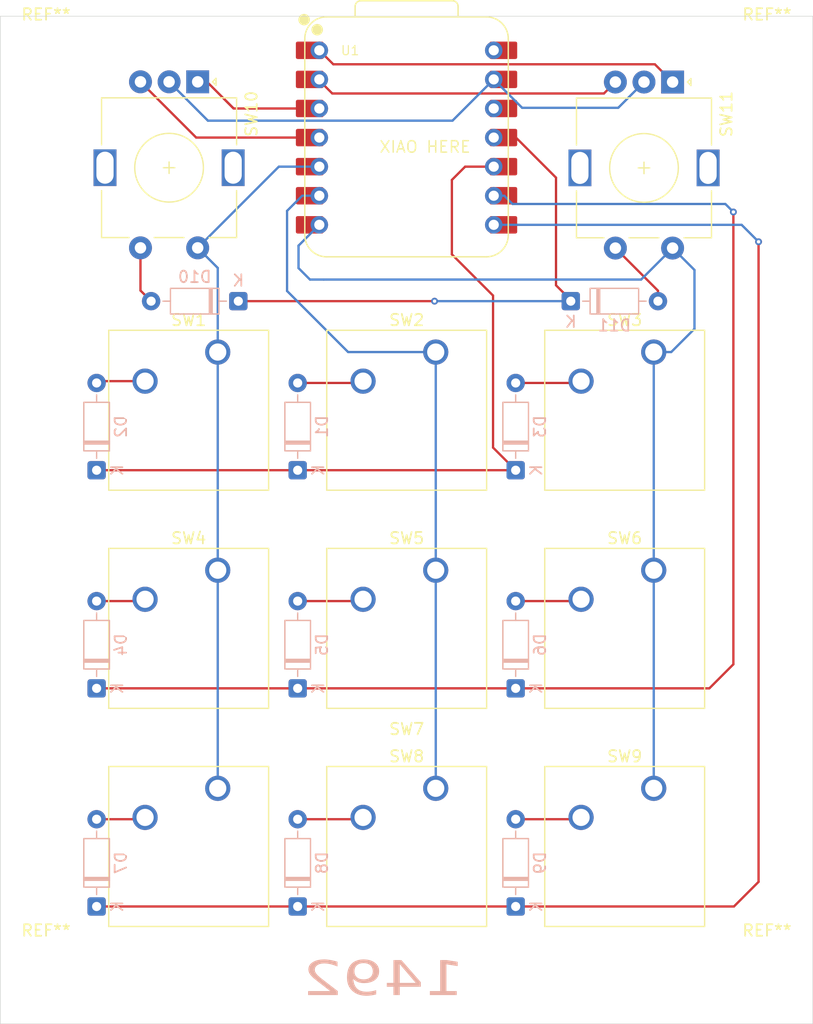
<source format=kicad_pcb>
(kicad_pcb (version 20241229) (generator "pcbnew") (generator_version "9.0")
  (layers (0 "F.Cu" signal) (2 "B.Cu" signal) (13 "F.Paste" user) (15 "B.Paste" user) (5 "F.SilkS" user "F.Silkscreen") (7 "B.SilkS" user "B.Silkscreen") (1 "F.Mask" user) (3 "B.Mask" user) (25 "Edge.Cuts" user))
  (net 0 "")
  (net 1 "Row 1")
  (net 2 "Net-(D1-A)")
  (net 3 "Net-(D2-A)")
  (net 4 "Net-(D3-A)")
  (net 5 "Row 2")
  (net 6 "Net-(D4-A)")
  (net 7 "Net-(D5-A)")
  (net 8 "Net-(D6-A)")
  (net 9 "Row 3")
  (net 10 "Net-(D7-A)")
  (net 11 "Net-(D8-A)")
  (net 12 "Net-(D9-A)")
  (net 13 "Row 0")
  (net 14 "Net-(D10-A)")
  (net 15 "Net-(D11-A)")
  (net 16 "Column 0")
  (net 17 "Column 1")
  (net 18 "Column 2")
  (net 19 "R1 Pin A")
  (net 20 "R1 Pin B")
  (net 21 "GND")
  (net 22 "R2 Pin A")
  (net 23 "R2 Pin B")
  (net 25 "+5V")
  (footprint "MountingHole:MountingHole_3.2mm_M3" (layer "F.Cu") (at 84.873376 135.475)
    (property "Reference" "REF**" (at 0 -4.15 0) (layer "F.SilkS"))
    (property "Value" "M3")
    (pad "" np_thru_hole circle (at 0 0) (size 3.2 3.2) (drill 3.2) (layers "*.Cu" "*.Mask"))
  )
  (footprint "Rotary_Encoder:RotaryEncoder_Alps_EC11E-Switch_Vertical_H20mm" (layer "F.Cu") (at 98.123377 57.20625 -90)
    (property "Reference" "SW10" (at 2.8 -4.7 90) (layer "F.SilkS"))
    (property "Value" "RotaryEncoder_Switch")
    (fp_line (start 5.5 8.4) (end 1.4 8.399999) (stroke (width 0.12)) (layer "F.SilkS"))
    (fp_line (start 13.6 8.4) (end 9.499999 8.4) (stroke (width 0.12)) (layer "F.SilkS"))
    (fp_line (start 13.6 6) (end 13.6 8.4) (stroke (width 0.12)) (layer "F.SilkS"))
    (fp_line (start 7 2.499999) (end 8 2.5) (stroke (width 0.12)) (layer "F.SilkS"))
    (fp_line (start 7.499999 2) (end 7.5 3) (stroke (width 0.12)) (layer "F.SilkS"))
    (fp_line (start 13.6 1.2) (end 13.6 3.8) (stroke (width 0.12)) (layer "F.SilkS"))
    (fp_line (start 0 -1.3) (end -0.3 -1.6) (stroke (width 0.12)) (layer "F.SilkS"))
    (fp_line (start -0.3 -1.6) (end 0.3 -1.6) (stroke (width 0.12)) (layer "F.SilkS"))
    (fp_line (start 0.3 -1.6) (end 0 -1.3) (stroke (width 0.12)) (layer "F.SilkS"))
    (fp_line (start 5.5 -3.4) (end 1.4 -3.400001) (stroke (width 0.12)) (layer "F.SilkS"))
    (fp_line (start 9.499999 -3.4) (end 13.6 -3.4) (stroke (width 0.12)) (layer "F.SilkS"))
    (fp_line (start 13.6 -3.4) (end 13.6 -1) (stroke (width 0.12)) (layer "F.SilkS"))
    (fp_line (start 1.4 -3.400001) (end 1.4 8.399999) (stroke (width 0.12)) (layer "F.SilkS"))
    (fp_circle (center 7.5 2.5) (end 10.5 2.5) (stroke (width 0.12)) (fill no) (layer "F.SilkS"))
    (pad "A" thru_hole rect (at 0 0 270) (size 2 2) (drill 1) (layers "*.Cu" "*.Mask") (net 19 "R1 Pin A"))
    (pad "B" thru_hole circle (at 0 5 270) (size 2 2) (drill 1) (layers "*.Cu" "*.Mask") (net 20 "R1 Pin B"))
    (pad "C" thru_hole circle (at 0 2.5 270) (size 2 2) (drill 1) (layers "*.Cu" "*.Mask") (net 21 "GND"))
    (pad "MP" thru_hole rect (at 7.5 -3.1 270) (size 3.2 2) (drill oval 2.8 1.5) (layers "*.Cu" "*.Mask"))
    (pad "MP" thru_hole rect (at 7.5 8.1 270) (size 3.2 2) (drill oval 2.8 1.5) (layers "*.Cu" "*.Mask"))
    (pad "S1" thru_hole circle (at 14.5 5 270) (size 2 2) (drill 1) (layers "*.Cu" "*.Mask") (net 14 "Net-(D10-A)"))
    (pad "S2" thru_hole circle (at 14.5 0 270) (size 2 2) (drill 1) (layers "*.Cu" "*.Mask") (net 16 "Column 0"))
  )
  (footprint "Seeed Studio XIAO Series Library:XIAO-RP2040-DIP" (layer "F.Cu") (at 116.373376 62.075)
    (property "Reference" "U1" (at -4.93125 -7.6 0) (layer "F.SilkS") (effects (font (size 0.8 0.8) (thickness 0.1016))))
    (property "Value" "XIAO-RP2040-DIP")
    (fp_line (start -8.89 8.509) (end -8.89 -8.636) (stroke (width 0.127)) (layer "F.SilkS"))
    (fp_line (start -6.985 10.414) (end 6.985 10.414) (stroke (width 0.127)) (layer "F.SilkS"))
    (fp_line (start -4.495 -10.541) (end -4.491272 -11.451272) (stroke (width 0.127)) (layer "F.SilkS"))
    (fp_line (start -3.991272 -11.951) (end 4.004 -11.951) (stroke (width 0.127)) (layer "F.SilkS"))
    (fp_line (start 4.504 -11.451) (end 4.504 -10.541) (stroke (width 0.127)) (layer "F.SilkS"))
    (fp_line (start 6.985 -10.541) (end -6.985 -10.541) (stroke (width 0.1)) (layer "F.SilkS"))
    (fp_line (start 6.985 -10.541) (end -6.985 -10.541) (stroke (width 0.127)) (layer "F.SilkS"))
    (fp_line (start 8.89 8.509) (end 8.89 -8.636) (stroke (width 0.127)) (layer "F.SilkS"))
    (fp_arc (start -8.89 -8.636) (mid -8.332038 -9.983038) (end -6.985 -10.541) (stroke (width 0.127)) (layer "F.SilkS"))
    (fp_arc (start -6.985 10.414) (mid -8.332038 9.856038) (end -8.89 8.509) (stroke (width 0.127)) (layer "F.SilkS"))
    (fp_arc (start -4.491272 -11.451272) (mid -4.344728 -11.80464) (end -3.991272 -11.951) (stroke (width 0.127)) (layer "F.SilkS"))
    (fp_arc (start 4.004 -11.951) (mid 4.357553 -11.804553) (end 4.504 -11.451) (stroke (width 0.127)) (layer "F.SilkS"))
    (fp_arc (start 6.985 -10.541) (mid 8.332038 -9.983038) (end 8.89 -8.636) (stroke (width 0.127)) (layer "F.SilkS"))
    (fp_arc (start 8.89 8.509) (mid 8.332038 9.856038) (end 6.985 10.414) (stroke (width 0.127)) (layer "F.SilkS"))
    (fp_circle (center -8.95 -10.3) (end -8.95 -10.554) (stroke (width 0.5)) (fill yes) (layer "F.SilkS"))
    (fp_circle (center -7.807 -9.42) (end -7.807 -9.674) (stroke (width 0.5)) (fill yes) (layer "F.SilkS"))
    (pad "1" smd roundrect (at -8.455 -7.62 180) (size 2.432 1.524) (layers "F.Cu" "F.Mask") (roundrect_rratio 0.1) (net 22 "R2 Pin A"))
    (pad "1" thru_hole circle (at -7.62 -7.62 180) (size 1.524 1.524) (drill 0.889) (layers "*.Cu" "*.Mask") (net 22 "R2 Pin A"))
    (pad "2" smd roundrect (at -8.455 -5.08 180) (size 2.432 1.524) (layers "F.Cu" "F.Mask") (roundrect_rratio 0.1) (net 23 "R2 Pin B"))
    (pad "2" thru_hole circle (at -7.62 -5.08 180) (size 1.524 1.524) (drill 0.889) (layers "*.Cu" "*.Mask") (net 23 "R2 Pin B"))
    (pad "3" smd roundrect (at -8.455 -2.54 180) (size 2.432 1.524) (layers "F.Cu" "F.Mask") (roundrect_rratio 0.1) (net 19 "R1 Pin A"))
    (pad "3" thru_hole circle (at -7.62 -2.54 180) (size 1.524 1.524) (drill 0.889) (layers "*.Cu" "*.Mask") (net 19 "R1 Pin A"))
    (pad "4" smd roundrect (at -8.455 0 180) (size 2.432 1.524) (layers "F.Cu" "F.Mask") (roundrect_rratio 0.1) (net 20 "R1 Pin B"))
    (pad "4" thru_hole circle (at -7.62 0 180) (size 1.524 1.524) (drill 0.889) (layers "*.Cu" "*.Mask") (net 20 "R1 Pin B"))
    (pad "5" smd roundrect (at -8.455 2.54 180) (size 2.432 1.524) (layers "F.Cu" "F.Mask") (roundrect_rratio 0.1) (net 16 "Column 0"))
    (pad "5" thru_hole circle (at -7.62 2.54 180) (size 1.524 1.524) (drill 0.889) (layers "*.Cu" "*.Mask") (net 16 "Column 0"))
    (pad "6" smd roundrect (at -8.455 5.08 180) (size 2.432 1.524) (layers "F.Cu" "F.Mask") (roundrect_rratio 0.1) (net 17 "Column 1"))
    (pad "6" thru_hole circle (at -7.62 5.08 180) (size 1.524 1.524) (drill 0.889) (layers "*.Cu" "*.Mask") (net 17 "Column 1"))
    (pad "7" smd roundrect (at -8.455 7.62 180) (size 2.432 1.524) (layers "F.Cu" "F.Mask") (roundrect_rratio 0.1) (net 18 "Column 2"))
    (pad "7" thru_hole circle (at -7.62 7.62 180) (size 1.524 1.524) (drill 0.889) (layers "*.Cu" "*.Mask") (net 18 "Column 2"))
    (pad "8" thru_hole circle (at 7.62 7.62) (size 1.524 1.524) (drill 0.889) (layers "*.Cu" "*.Mask") (net 9 "Row 3"))
    (pad "8" smd roundrect (at 8.455 7.62) (size 2.432 1.524) (layers "F.Cu" "F.Mask") (roundrect_rratio 0.1) (net 9 "Row 3"))
    (pad "9" thru_hole circle (at 7.62 5.08) (size 1.524 1.524) (drill 0.889) (layers "*.Cu" "*.Mask") (net 5 "Row 2"))
    (pad "9" smd roundrect (at 8.455 5.08) (size 2.432 1.524) (layers "F.Cu" "F.Mask") (roundrect_rratio 0.1) (net 5 "Row 2"))
    (pad "10" thru_hole circle (at 7.62 2.54) (size 1.524 1.524) (drill 0.889) (layers "*.Cu" "*.Mask") (net 1 "Row 1"))
    (pad "10" smd roundrect (at 8.455 2.54) (size 2.432 1.524) (layers "F.Cu" "F.Mask") (roundrect_rratio 0.1) (net 1 "Row 1"))
    (pad "11" thru_hole circle (at 7.62 0) (size 1.524 1.524) (drill 0.889) (layers "*.Cu" "*.Mask") (net 13 "Row 0"))
    (pad "11" smd roundrect (at 8.455 0) (size 2.432 1.524) (layers "F.Cu" "F.Mask") (roundrect_rratio 0.1) (net 13 "Row 0"))
    (pad "12" thru_hole circle (at 7.62 -2.54) (size 1.524 1.524) (drill 0.889) (layers "*.Cu" "*.Mask"))
    (pad "12" smd roundrect (at 8.455 -2.54) (size 2.432 1.524) (layers "F.Cu" "F.Mask") (roundrect_rratio 0.1))
    (pad "13" thru_hole circle (at 7.62 -5.08) (size 1.524 1.524) (drill 0.889) (layers "*.Cu" "*.Mask") (net 21 "GND"))
    (pad "13" smd roundrect (at 8.455 -5.08) (size 2.432 1.524) (layers "F.Cu" "F.Mask") (roundrect_rratio 0.1) (net 21 "GND"))
    (pad "14" thru_hole circle (at 7.62 -7.62) (size 1.524 1.524) (drill 0.889) (layers "*.Cu" "*.Mask") (net 25 "+5V"))
    (pad "14" smd roundrect (at 8.455 -7.62) (size 2.432 1.524) (layers "F.Cu" "F.Mask") (roundrect_rratio 0.1) (net 25 "+5V"))
  )
  (footprint "Button_Switch_Keyboard:SW_Cherry_MX_1.00u_PCB" (layer "F.Cu") (at 99.875876 99.8575)
    (property "Reference" "SW4" (at -2.54 -2.794 0) (layer "F.SilkS"))
    (property "Value" "SW_Push_45deg")
    (fp_line (start -9.525 -1.905) (end 4.445 -1.905) (stroke (width 0.12)) (layer "F.SilkS"))
    (fp_line (start -9.525 12.065) (end -9.525 -1.905) (stroke (width 0.12)) (layer "F.SilkS"))
    (fp_line (start 4.445 -1.905) (end 4.445 12.065) (stroke (width 0.12)) (layer "F.SilkS"))
    (fp_line (start 4.445 12.065) (end -9.525 12.065) (stroke (width 0.12)) (layer "F.SilkS"))
    (pad "" np_thru_hole circle (at -7.62 5.08) (size 1.7 1.7) (drill 1.7) (layers "*.Cu" "*.Mask"))
    (pad "" np_thru_hole circle (at -2.54 5.08) (size 4 4) (drill 4) (layers "*.Cu" "*.Mask"))
    (pad "" np_thru_hole circle (at 2.54 5.08) (size 1.7 1.7) (drill 1.7) (layers "*.Cu" "*.Mask"))
    (pad "1" thru_hole circle (at 0 0) (size 2.2 2.2) (drill 1.5) (layers "*.Cu" "*.Mask") (net 16 "Column 0"))
    (pad "2" thru_hole circle (at -6.35 2.54) (size 2.2 2.2) (drill 1.5) (layers "*.Cu" "*.Mask") (net 6 "Net-(D4-A)"))
  )
  (footprint "MountingHole:MountingHole_3.2mm_M3" (layer "F.Cu") (at 147.873376 135.475)
    (property "Reference" "REF**" (at 0 -4.15 0) (layer "F.SilkS"))
    (property "Value" "M3")
    (pad "" np_thru_hole circle (at 0 0) (size 3.2 3.2) (drill 3.2) (layers "*.Cu" "*.Mask"))
  )
  (footprint "Button_Switch_Keyboard:SW_Cherry_MX_1.00u_PCB" (layer "F.Cu") (at 118.925876 80.8075)
    (property "Reference" "SW2" (at -2.54 -2.794 0) (layer "F.SilkS"))
    (property "Value" "SW_Push_45deg")
    (fp_line (start -9.525 -1.905) (end 4.445 -1.905) (stroke (width 0.12)) (layer "F.SilkS"))
    (fp_line (start -9.525 12.065) (end -9.525 -1.905) (stroke (width 0.12)) (layer "F.SilkS"))
    (fp_line (start 4.445 -1.905) (end 4.445 12.065) (stroke (width 0.12)) (layer "F.SilkS"))
    (fp_line (start 4.445 12.065) (end -9.525 12.065) (stroke (width 0.12)) (layer "F.SilkS"))
    (pad "" np_thru_hole circle (at -7.62 5.08) (size 1.7 1.7) (drill 1.7) (layers "*.Cu" "*.Mask"))
    (pad "" np_thru_hole circle (at -2.54 5.08) (size 4 4) (drill 4) (layers "*.Cu" "*.Mask"))
    (pad "" np_thru_hole circle (at 2.54 5.08) (size 1.7 1.7) (drill 1.7) (layers "*.Cu" "*.Mask"))
    (pad "1" thru_hole circle (at 0 0) (size 2.2 2.2) (drill 1.5) (layers "*.Cu" "*.Mask") (net 17 "Column 1"))
    (pad "2" thru_hole circle (at -6.35 2.54) (size 2.2 2.2) (drill 1.5) (layers "*.Cu" "*.Mask") (net 2 "Net-(D1-A)"))
  )
  (footprint "Button_Switch_Keyboard:SW_Cherry_MX_1.00u_PCB" (layer "F.Cu") (at 118.925876 99.8575)
    (property "Reference" "SW5" (at -2.54 -2.794 0) (layer "F.SilkS"))
    (property "Value" "SW_Push_45deg")
    (fp_line (start -9.525 -1.905) (end 4.445 -1.905) (stroke (width 0.12)) (layer "F.SilkS"))
    (fp_line (start -9.525 12.065) (end -9.525 -1.905) (stroke (width 0.12)) (layer "F.SilkS"))
    (fp_line (start 4.445 -1.905) (end 4.445 12.065) (stroke (width 0.12)) (layer "F.SilkS"))
    (fp_line (start 4.445 12.065) (end -9.525 12.065) (stroke (width 0.12)) (layer "F.SilkS"))
    (pad "" np_thru_hole circle (at -7.62 5.08) (size 1.7 1.7) (drill 1.7) (layers "*.Cu" "*.Mask"))
    (pad "" np_thru_hole circle (at -2.54 5.08) (size 4 4) (drill 4) (layers "*.Cu" "*.Mask"))
    (pad "" np_thru_hole circle (at 2.54 5.08) (size 1.7 1.7) (drill 1.7) (layers "*.Cu" "*.Mask"))
    (pad "1" thru_hole circle (at 0 0) (size 2.2 2.2) (drill 1.5) (layers "*.Cu" "*.Mask") (net 17 "Column 1"))
    (pad "2" thru_hole circle (at -6.35 2.54) (size 2.2 2.2) (drill 1.5) (layers "*.Cu" "*.Mask") (net 7 "Net-(D5-A)"))
  )
  (footprint "Button_Switch_Keyboard:SW_Cherry_MX_1.00u_PCB" (layer "F.Cu") (at 137.975876 118.9075)
    (property "Reference" "SW9" (at -2.54 -2.794 0) (layer "F.SilkS"))
    (property "Value" "SW_Push_45deg")
    (fp_line (start -9.525 -1.905) (end 4.445 -1.905) (stroke (width 0.12)) (layer "F.SilkS"))
    (fp_line (start -9.525 12.065) (end -9.525 -1.905) (stroke (width 0.12)) (layer "F.SilkS"))
    (fp_line (start 4.445 -1.905) (end 4.445 12.065) (stroke (width 0.12)) (layer "F.SilkS"))
    (fp_line (start 4.445 12.065) (end -9.525 12.065) (stroke (width 0.12)) (layer "F.SilkS"))
    (pad "" np_thru_hole circle (at -7.62 5.08) (size 1.7 1.7) (drill 1.7) (layers "*.Cu" "*.Mask"))
    (pad "" np_thru_hole circle (at -2.54 5.08) (size 4 4) (drill 4) (layers "*.Cu" "*.Mask"))
    (pad "" np_thru_hole circle (at 2.54 5.08) (size 1.7 1.7) (drill 1.7) (layers "*.Cu" "*.Mask"))
    (pad "1" thru_hole circle (at 0 0) (size 2.2 2.2) (drill 1.5) (layers "*.Cu" "*.Mask") (net 18 "Column 2"))
    (pad "2" thru_hole circle (at -6.35 2.54) (size 2.2 2.2) (drill 1.5) (layers "*.Cu" "*.Mask") (net 12 "Net-(D9-A)"))
  )
  (footprint "Button_Switch_Keyboard:SW_Cherry_MX_1.00u_PCB" (layer "F.Cu") (at 118.925876 118.9075)
    (property "Reference" "SW8" (at -2.54 -2.794 0) (layer "F.SilkS"))
    (property "Value" "SW_Push_45deg")
    (fp_line (start -9.525 -1.905) (end 4.445 -1.905) (stroke (width 0.12)) (layer "F.SilkS"))
    (fp_line (start -9.525 12.065) (end -9.525 -1.905) (stroke (width 0.12)) (layer "F.SilkS"))
    (fp_line (start 4.445 -1.905) (end 4.445 12.065) (stroke (width 0.12)) (layer "F.SilkS"))
    (fp_line (start 4.445 12.065) (end -9.525 12.065) (stroke (width 0.12)) (layer "F.SilkS"))
    (pad "" np_thru_hole circle (at -7.62 5.08) (size 1.7 1.7) (drill 1.7) (layers "*.Cu" "*.Mask"))
    (pad "" np_thru_hole circle (at -2.54 5.08) (size 4 4) (drill 4) (layers "*.Cu" "*.Mask"))
    (pad "" np_thru_hole circle (at 2.54 5.08) (size 1.7 1.7) (drill 1.7) (layers "*.Cu" "*.Mask"))
    (pad "1" thru_hole circle (at 0 0) (size 2.2 2.2) (drill 1.5) (layers "*.Cu" "*.Mask") (net 17 "Column 1"))
    (pad "2" thru_hole circle (at -6.35 2.54) (size 2.2 2.2) (drill 1.5) (layers "*.Cu" "*.Mask") (net 11 "Net-(D8-A)"))
  )
  (footprint "Button_Switch_Keyboard:SW_Cherry_MX_1.00u_PCB" (layer "F.Cu") (at 99.875876 80.8075)
    (property "Reference" "SW1" (at -2.54 -2.794 0) (layer "F.SilkS"))
    (property "Value" "SW_Push_45deg")
    (fp_line (start -9.525 -1.905) (end 4.445 -1.905) (stroke (width 0.12)) (layer "F.SilkS"))
    (fp_line (start -9.525 12.065) (end -9.525 -1.905) (stroke (width 0.12)) (layer "F.SilkS"))
    (fp_line (start 4.445 -1.905) (end 4.445 12.065) (stroke (width 0.12)) (layer "F.SilkS"))
    (fp_line (start 4.445 12.065) (end -9.525 12.065) (stroke (width 0.12)) (layer "F.SilkS"))
    (pad "" np_thru_hole circle (at -7.62 5.08) (size 1.7 1.7) (drill 1.7) (layers "*.Cu" "*.Mask"))
    (pad "" np_thru_hole circle (at -2.54 5.08) (size 4 4) (drill 4) (layers "*.Cu" "*.Mask"))
    (pad "" np_thru_hole circle (at 2.54 5.08) (size 1.7 1.7) (drill 1.7) (layers "*.Cu" "*.Mask"))
    (pad "1" thru_hole circle (at 0 0) (size 2.2 2.2) (drill 1.5) (layers "*.Cu" "*.Mask") (net 16 "Column 0"))
    (pad "2" thru_hole circle (at -6.35 2.54) (size 2.2 2.2) (drill 1.5) (layers "*.Cu" "*.Mask") (net 3 "Net-(D2-A)"))
  )
  (footprint "Button_Switch_Keyboard:SW_Cherry_MX_1.00u_PCB" (layer "F.Cu") (at 137.975876 99.8575)
    (property "Reference" "SW6" (at -2.54 -2.794 0) (layer "F.SilkS"))
    (property "Value" "SW_Push_45deg")
    (fp_line (start -9.525 -1.905) (end 4.445 -1.905) (stroke (width 0.12)) (layer "F.SilkS"))
    (fp_line (start -9.525 12.065) (end -9.525 -1.905) (stroke (width 0.12)) (layer "F.SilkS"))
    (fp_line (start 4.445 -1.905) (end 4.445 12.065) (stroke (width 0.12)) (layer "F.SilkS"))
    (fp_line (start 4.445 12.065) (end -9.525 12.065) (stroke (width 0.12)) (layer "F.SilkS"))
    (pad "" np_thru_hole circle (at -7.62 5.08) (size 1.7 1.7) (drill 1.7) (layers "*.Cu" "*.Mask"))
    (pad "" np_thru_hole circle (at -2.54 5.08) (size 4 4) (drill 4) (layers "*.Cu" "*.Mask"))
    (pad "" np_thru_hole circle (at 2.54 5.08) (size 1.7 1.7) (drill 1.7) (layers "*.Cu" "*.Mask"))
    (pad "1" thru_hole circle (at 0 0) (size 2.2 2.2) (drill 1.5) (layers "*.Cu" "*.Mask") (net 18 "Column 2"))
    (pad "2" thru_hole circle (at -6.35 2.54) (size 2.2 2.2) (drill 1.5) (layers "*.Cu" "*.Mask") (net 8 "Net-(D6-A)"))
  )
  (footprint "MountingHole:MountingHole_3.2mm_M3" (layer "F.Cu") (at 84.873376 55.475)
    (property "Reference" "REF**" (at 0 -4.15 0) (layer "F.SilkS"))
    (property "Value" "M3")
    (pad "" np_thru_hole circle (at 0 0) (size 3.2 3.2) (drill 3.2) (layers "*.Cu" "*.Mask"))
  )
  (footprint "MountingHole:MountingHole_3.2mm_M3" (layer "F.Cu") (at 147.873376 55.475)
    (property "Reference" "REF**" (at 0 -4.15 0) (layer "F.SilkS"))
    (property "Value" "M3")
    (pad "" np_thru_hole circle (at 0 0) (size 3.2 3.2) (drill 3.2) (layers "*.Cu" "*.Mask"))
  )
  (footprint "Button_Switch_Keyboard:SW_Cherry_MX_1.00u_PCB" (layer "F.Cu") (at 137.975876 80.8075)
    (property "Reference" "SW3" (at -2.54 -2.794 0) (layer "F.SilkS"))
    (property "Value" "SW_Push_45deg")
    (fp_line (start -9.525 -1.905) (end 4.445 -1.905) (stroke (width 0.12)) (layer "F.SilkS"))
    (fp_line (start -9.525 12.065) (end -9.525 -1.905) (stroke (width 0.12)) (layer "F.SilkS"))
    (fp_line (start 4.445 -1.905) (end 4.445 12.065) (stroke (width 0.12)) (layer "F.SilkS"))
    (fp_line (start 4.445 12.065) (end -9.525 12.065) (stroke (width 0.12)) (layer "F.SilkS"))
    (pad "" np_thru_hole circle (at -7.62 5.08) (size 1.7 1.7) (drill 1.7) (layers "*.Cu" "*.Mask"))
    (pad "" np_thru_hole circle (at -2.54 5.08) (size 4 4) (drill 4) (layers "*.Cu" "*.Mask"))
    (pad "" np_thru_hole circle (at 2.54 5.08) (size 1.7 1.7) (drill 1.7) (layers "*.Cu" "*.Mask"))
    (pad "1" thru_hole circle (at 0 0) (size 2.2 2.2) (drill 1.5) (layers "*.Cu" "*.Mask") (net 18 "Column 2"))
    (pad "2" thru_hole circle (at -6.35 2.54) (size 2.2 2.2) (drill 1.5) (layers "*.Cu" "*.Mask") (net 4 "Net-(D3-A)"))
  )
  (footprint "Rotary_Encoder:RotaryEncoder_Alps_EC11E-Switch_Vertical_H20mm" (layer "F.Cu") (at 139.623377 57.225 -90)
    (property "Reference" "SW11" (at 2.8 -4.7 90) (layer "F.SilkS"))
    (property "Value" "RotaryEncoder_Switch")
    (fp_line (start 5.5 8.4) (end 1.4 8.399999) (stroke (width 0.12)) (layer "F.SilkS"))
    (fp_line (start 13.6 8.4) (end 9.499999 8.4) (stroke (width 0.12)) (layer "F.SilkS"))
    (fp_line (start 13.6 6) (end 13.6 8.4) (stroke (width 0.12)) (layer "F.SilkS"))
    (fp_line (start 7 2.499999) (end 8 2.5) (stroke (width 0.12)) (layer "F.SilkS"))
    (fp_line (start 7.499999 2) (end 7.5 3) (stroke (width 0.12)) (layer "F.SilkS"))
    (fp_line (start 13.6 1.2) (end 13.6 3.8) (stroke (width 0.12)) (layer "F.SilkS"))
    (fp_line (start 0 -1.3) (end -0.3 -1.6) (stroke (width 0.12)) (layer "F.SilkS"))
    (fp_line (start -0.3 -1.6) (end 0.3 -1.6) (stroke (width 0.12)) (layer "F.SilkS"))
    (fp_line (start 0.3 -1.6) (end 0 -1.3) (stroke (width 0.12)) (layer "F.SilkS"))
    (fp_line (start 5.5 -3.4) (end 1.4 -3.400001) (stroke (width 0.12)) (layer "F.SilkS"))
    (fp_line (start 9.499999 -3.4) (end 13.6 -3.4) (stroke (width 0.12)) (layer "F.SilkS"))
    (fp_line (start 13.6 -3.4) (end 13.6 -1) (stroke (width 0.12)) (layer "F.SilkS"))
    (fp_line (start 1.4 -3.400001) (end 1.4 8.399999) (stroke (width 0.12)) (layer "F.SilkS"))
    (fp_circle (center 7.5 2.5) (end 10.5 2.5) (stroke (width 0.12)) (fill no) (layer "F.SilkS"))
    (pad "A" thru_hole rect (at 0 0 270) (size 2 2) (drill 1) (layers "*.Cu" "*.Mask") (net 22 "R2 Pin A"))
    (pad "B" thru_hole circle (at 0 5 270) (size 2 2) (drill 1) (layers "*.Cu" "*.Mask") (net 23 "R2 Pin B"))
    (pad "C" thru_hole circle (at 0 2.5 270) (size 2 2) (drill 1) (layers "*.Cu" "*.Mask") (net 21 "GND"))
    (pad "MP" thru_hole rect (at 7.5 -3.1 270) (size 3.2 2) (drill oval 2.8 1.5) (layers "*.Cu" "*.Mask"))
    (pad "MP" thru_hole rect (at 7.5 8.1 270) (size 3.2 2) (drill oval 2.8 1.5) (layers "*.Cu" "*.Mask"))
    (pad "S1" thru_hole circle (at 14.5 5 270) (size 2 2) (drill 1) (layers "*.Cu" "*.Mask") (net 15 "Net-(D11-A)"))
    (pad "S2" thru_hole circle (at 14.5 0 270) (size 2 2) (drill 1) (layers "*.Cu" "*.Mask") (net 18 "Column 2"))
  )
  (footprint "Button_Switch_Keyboard:SW_Cherry_MX_1.00u_PCB" (layer "F.Cu") (at 99.875876 118.9075)
    (property "Reference" "SW7" (at 16.51 -5.17525 0) (layer "F.SilkS"))
    (property "Value" "SW_Push_45deg")
    (fp_line (start -9.525 -1.905) (end 4.445 -1.905) (stroke (width 0.12)) (layer "F.SilkS"))
    (fp_line (start -9.525 12.065) (end -9.525 -1.905) (stroke (width 0.12)) (layer "F.SilkS"))
    (fp_line (start 4.445 -1.905) (end 4.445 12.065) (stroke (width 0.12)) (layer "F.SilkS"))
    (fp_line (start 4.445 12.065) (end -9.525 12.065) (stroke (width 0.12)) (layer "F.SilkS"))
    (pad "" np_thru_hole circle (at -7.62 5.08) (size 1.7 1.7) (drill 1.7) (layers "*.Cu" "*.Mask"))
    (pad "" np_thru_hole circle (at -2.54 5.08) (size 4 4) (drill 4) (layers "*.Cu" "*.Mask"))
    (pad "" np_thru_hole circle (at 2.54 5.08) (size 1.7 1.7) (drill 1.7) (layers "*.Cu" "*.Mask"))
    (pad "1" thru_hole circle (at 0 0) (size 2.2 2.2) (drill 1.5) (layers "*.Cu" "*.Mask") (net 16 "Column 0"))
    (pad "2" thru_hole circle (at -6.35 2.54) (size 2.2 2.2) (drill 1.5) (layers "*.Cu" "*.Mask") (net 10 "Net-(D7-A)"))
  )
  (footprint "Diode_THT:D_DO-35_SOD27_P7.62mm_Horizontal" (layer "B.Cu") (at 125.910876 110.17625 90)
    (property "Reference" "D6" (at 3.81 2.12 90) (layer "B.SilkS") (effects (justify mirror)))
    (property "Value" "1N4148")
    (fp_line (start 6.580001 0) (end 5.93 0) (stroke (width 0.12)) (layer "B.SilkS"))
    (fp_line (start 1.04 0) (end 1.689999 0) (stroke (width 0.12)) (layer "B.SilkS"))
    (fp_line (start 2.53 1.12) (end 2.53 -1.12) (stroke (width 0.12)) (layer "B.SilkS"))
    (fp_line (start 2.41 1.12) (end 2.41 -1.12) (stroke (width 0.12)) (layer "B.SilkS"))
    (fp_line (start 2.29 1.12) (end 2.29 -1.12) (stroke (width 0.12)) (layer "B.SilkS"))
    (fp_poly (pts (xy 1.69 1.12) (xy 5.93 1.12) (xy 5.93 -1.12) (xy 1.69 -1.12)) (stroke (width 0.12)) (fill no) (layer "B.SilkS"))
    (fp_text user "K" (at 0 1.8 90) (layer "B.SilkS") (effects (justify mirror)))
    (pad "1" thru_hole roundrect (at 0 0 90) (size 1.6 1.6) (drill 0.8) (layers "*.Cu" "*.Mask") (roundrect_rratio 0.15625) (net 5 "Row 2"))
    (pad "2" thru_hole circle (at 7.62 0 90) (size 1.6 1.6) (drill 0.8) (layers "*.Cu" "*.Mask") (net 8 "Net-(D6-A)"))
  )
  (footprint "Diode_THT:D_DO-35_SOD27_P7.62mm_Horizontal" (layer "B.Cu") (at 106.860876 91.12625 90)
    (property "Reference" "D1" (at 3.81 2.12 90) (layer "B.SilkS") (effects (justify mirror)))
    (property "Value" "1N4148")
    (fp_line (start 6.580001 0) (end 5.93 0) (stroke (width 0.12)) (layer "B.SilkS"))
    (fp_line (start 1.04 0) (end 1.689999 0) (stroke (width 0.12)) (layer "B.SilkS"))
    (fp_line (start 2.53 1.12) (end 2.53 -1.12) (stroke (width 0.12)) (layer "B.SilkS"))
    (fp_line (start 2.41 1.12) (end 2.41 -1.12) (stroke (width 0.12)) (layer "B.SilkS"))
    (fp_line (start 2.29 1.12) (end 2.29 -1.12) (stroke (width 0.12)) (layer "B.SilkS"))
    (fp_poly (pts (xy 1.69 1.12) (xy 5.93 1.12) (xy 5.93 -1.12) (xy 1.69 -1.12)) (stroke (width 0.12)) (fill no) (layer "B.SilkS"))
    (fp_text user "K" (at 0 1.8 90) (layer "B.SilkS") (effects (justify mirror)))
    (pad "1" thru_hole roundrect (at 0 0 90) (size 1.6 1.6) (drill 0.8) (layers "*.Cu" "*.Mask") (roundrect_rratio 0.15625) (net 1 "Row 1"))
    (pad "2" thru_hole circle (at 7.62 0 90) (size 1.6 1.6) (drill 0.8) (layers "*.Cu" "*.Mask") (net 2 "Net-(D1-A)"))
  )
  (footprint "Diode_THT:D_DO-35_SOD27_P7.62mm_Horizontal" (layer "B.Cu") (at 89.29125 91.12625 90)
    (property "Reference" "D2" (at 3.81 2.12 90) (layer "B.SilkS") (effects (justify mirror)))
    (property "Value" "1N4148")
    (fp_line (start 6.580001 0) (end 5.93 0) (stroke (width 0.12)) (layer "B.SilkS"))
    (fp_line (start 1.04 0) (end 1.689999 0) (stroke (width 0.12)) (layer "B.SilkS"))
    (fp_line (start 2.53 1.12) (end 2.53 -1.12) (stroke (width 0.12)) (layer "B.SilkS"))
    (fp_line (start 2.41 1.12) (end 2.41 -1.12) (stroke (width 0.12)) (layer "B.SilkS"))
    (fp_line (start 2.29 1.12) (end 2.29 -1.12) (stroke (width 0.12)) (layer "B.SilkS"))
    (fp_poly (pts (xy 1.69 1.12) (xy 5.93 1.12) (xy 5.93 -1.12) (xy 1.69 -1.12)) (stroke (width 0.12)) (fill no) (layer "B.SilkS"))
    (fp_text user "K" (at 0 1.8 90) (layer "B.SilkS") (effects (justify mirror)))
    (pad "1" thru_hole roundrect (at 0 0 90) (size 1.6 1.6) (drill 0.8) (layers "*.Cu" "*.Mask") (roundrect_rratio 0.15625) (net 1 "Row 1"))
    (pad "2" thru_hole circle (at 7.62 0 90) (size 1.6 1.6) (drill 0.8) (layers "*.Cu" "*.Mask") (net 3 "Net-(D2-A)"))
  )
  (footprint "Diode_THT:D_DO-35_SOD27_P7.62mm_Horizontal" (layer "B.Cu") (at 101.67375 76.3625 180)
    (property "Reference" "D10" (at 3.81 2.12 0) (layer "B.SilkS") (effects (justify mirror)))
    (property "Value" "1N4148")
    (fp_line (start 6.580001 0) (end 5.93 0) (stroke (width 0.12)) (layer "B.SilkS"))
    (fp_line (start 2.53 1.12) (end 2.53 -1.12) (stroke (width 0.12)) (layer "B.SilkS"))
    (fp_line (start 2.41 1.12) (end 2.41 -1.12) (stroke (width 0.12)) (layer "B.SilkS"))
    (fp_line (start 2.29 1.12) (end 2.29 -1.12) (stroke (width 0.12)) (layer "B.SilkS"))
    (fp_line (start 1.04 0) (end 1.689999 0) (stroke (width 0.12)) (layer "B.SilkS"))
    (fp_poly (pts (xy 1.69 1.12) (xy 5.93 1.12) (xy 5.93 -1.12) (xy 1.69 -1.12)) (stroke (width 0.12)) (fill no) (layer "B.SilkS"))
    (fp_text user "K" (at 0 1.8 0) (layer "B.SilkS") (effects (justify mirror)))
    (pad "1" thru_hole roundrect (at 0 0 180) (size 1.6 1.6) (drill 0.8) (layers "*.Cu" "*.Mask") (roundrect_rratio 0.15625) (net 13 "Row 0"))
    (pad "2" thru_hole circle (at 7.62 0 180) (size 1.6 1.6) (drill 0.8) (layers "*.Cu" "*.Mask") (net 14 "Net-(D10-A)"))
  )
  (footprint "Diode_THT:D_DO-35_SOD27_P7.62mm_Horizontal" (layer "B.Cu") (at 125.910876 91.12625 90)
    (property "Reference" "D3" (at 3.81 2.12 90) (layer "B.SilkS") (effects (justify mirror)))
    (property "Value" "1N4148")
    (fp_line (start 6.580001 0) (end 5.93 0) (stroke (width 0.12)) (layer "B.SilkS"))
    (fp_line (start 1.04 0) (end 1.689999 0) (stroke (width 0.12)) (layer "B.SilkS"))
    (fp_line (start 2.53 1.12) (end 2.53 -1.12) (stroke (width 0.12)) (layer "B.SilkS"))
    (fp_line (start 2.41 1.12) (end 2.41 -1.12) (stroke (width 0.12)) (layer "B.SilkS"))
    (fp_line (start 2.29 1.12) (end 2.29 -1.12) (stroke (width 0.12)) (layer "B.SilkS"))
    (fp_poly (pts (xy 1.69 1.12) (xy 5.93 1.12) (xy 5.93 -1.12) (xy 1.69 -1.12)) (stroke (width 0.12)) (fill no) (layer "B.SilkS"))
    (fp_text user "K" (at 0 1.8 90) (layer "B.SilkS") (effects (justify mirror)))
    (pad "1" thru_hole roundrect (at 0 0 90) (size 1.6 1.6) (drill 0.8) (layers "*.Cu" "*.Mask") (roundrect_rratio 0.15625) (net 1 "Row 1"))
    (pad "2" thru_hole circle (at 7.62 0 90) (size 1.6 1.6) (drill 0.8) (layers "*.Cu" "*.Mask") (net 4 "Net-(D3-A)"))
  )
  (footprint "Diode_THT:D_DO-35_SOD27_P7.62mm_Horizontal" (layer "B.Cu") (at 89.29125 110.17625 90)
    (property "Reference" "D4" (at 3.81 2.12 90) (layer "B.SilkS") (effects (justify mirror)))
    (property "Value" "1N4148")
    (fp_line (start 6.580001 0) (end 5.93 0) (stroke (width 0.12)) (layer "B.SilkS"))
    (fp_line (start 1.04 0) (end 1.689999 0) (stroke (width 0.12)) (layer "B.SilkS"))
    (fp_line (start 2.53 1.12) (end 2.53 -1.12) (stroke (width 0.12)) (layer "B.SilkS"))
    (fp_line (start 2.41 1.12) (end 2.41 -1.12) (stroke (width 0.12)) (layer "B.SilkS"))
    (fp_line (start 2.29 1.12) (end 2.29 -1.12) (stroke (width 0.12)) (layer "B.SilkS"))
    (fp_poly (pts (xy 1.69 1.12) (xy 5.93 1.12) (xy 5.93 -1.12) (xy 1.69 -1.12)) (stroke (width 0.12)) (fill no) (layer "B.SilkS"))
    (fp_text user "K" (at 0 1.8 90) (layer "B.SilkS") (effects (justify mirror)))
    (pad "1" thru_hole roundrect (at 0 0 90) (size 1.6 1.6) (drill 0.8) (layers "*.Cu" "*.Mask") (roundrect_rratio 0.15625) (net 5 "Row 2"))
    (pad "2" thru_hole circle (at 7.62 0 90) (size 1.6 1.6) (drill 0.8) (layers "*.Cu" "*.Mask") (net 6 "Net-(D4-A)"))
  )
  (footprint "Diode_THT:D_DO-35_SOD27_P7.62mm_Horizontal" (layer "B.Cu") (at 106.860876 110.17625 90)
    (property "Reference" "D5" (at 3.81 2.12 90) (layer "B.SilkS") (effects (justify mirror)))
    (property "Value" "1N4148")
    (fp_line (start 6.580001 0) (end 5.93 0) (stroke (width 0.12)) (layer "B.SilkS"))
    (fp_line (start 1.04 0) (end 1.689999 0) (stroke (width 0.12)) (layer "B.SilkS"))
    (fp_line (start 2.53 1.12) (end 2.53 -1.12) (stroke (width 0.12)) (layer "B.SilkS"))
    (fp_line (start 2.41 1.12) (end 2.41 -1.12) (stroke (width 0.12)) (layer "B.SilkS"))
    (fp_line (start 2.29 1.12) (end 2.29 -1.12) (stroke (width 0.12)) (layer "B.SilkS"))
    (fp_poly (pts (xy 1.69 1.12) (xy 5.93 1.12) (xy 5.93 -1.12) (xy 1.69 -1.12)) (stroke (width 0.12)) (fill no) (layer "B.SilkS"))
    (fp_text user "K" (at 0 1.8 90) (layer "B.SilkS") (effects (justify mirror)))
    (pad "1" thru_hole roundrect (at 0 0 90) (size 1.6 1.6) (drill 0.8) (layers "*.Cu" "*.Mask") (roundrect_rratio 0.15625) (net 5 "Row 2"))
    (pad "2" thru_hole circle (at 7.62 0 90) (size 1.6 1.6) (drill 0.8) (layers "*.Cu" "*.Mask") (net 7 "Net-(D5-A)"))
  )
  (footprint "Diode_THT:D_DO-35_SOD27_P7.62mm_Horizontal" (layer "B.Cu") (at 125.910876 129.22625 90)
    (property "Reference" "D9" (at 3.81 2.12 90) (layer "B.SilkS") (effects (justify mirror)))
    (property "Value" "1N4148")
    (fp_line (start 6.580001 0) (end 5.93 0) (stroke (width 0.12)) (layer "B.SilkS"))
    (fp_line (start 1.04 0) (end 1.689999 0) (stroke (width 0.12)) (layer "B.SilkS"))
    (fp_line (start 2.53 1.12) (end 2.53 -1.12) (stroke (width 0.12)) (layer "B.SilkS"))
    (fp_line (start 2.41 1.12) (end 2.41 -1.12) (stroke (width 0.12)) (layer "B.SilkS"))
    (fp_line (start 2.29 1.12) (end 2.29 -1.12) (stroke (width 0.12)) (layer "B.SilkS"))
    (fp_poly (pts (xy 1.69 1.12) (xy 5.93 1.12) (xy 5.93 -1.12) (xy 1.69 -1.12)) (stroke (width 0.12)) (fill no) (layer "B.SilkS"))
    (fp_text user "K" (at 0 1.8 90) (layer "B.SilkS") (effects (justify mirror)))
    (pad "1" thru_hole roundrect (at 0 0 90) (size 1.6 1.6) (drill 0.8) (layers "*.Cu" "*.Mask") (roundrect_rratio 0.15625) (net 9 "Row 3"))
    (pad "2" thru_hole circle (at 7.62 0 90) (size 1.6 1.6) (drill 0.8) (layers "*.Cu" "*.Mask") (net 12 "Net-(D9-A)"))
  )
  (footprint "Diode_THT:D_DO-35_SOD27_P7.62mm_Horizontal" (layer "B.Cu") (at 89.29125 129.22625 90)
    (property "Reference" "D7" (at 3.81 2.12 90) (layer "B.SilkS") (effects (justify mirror)))
    (property "Value" "1N4148")
    (fp_line (start 6.580001 0) (end 5.93 0) (stroke (width 0.12)) (layer "B.SilkS"))
    (fp_line (start 1.04 0) (end 1.689999 0) (stroke (width 0.12)) (layer "B.SilkS"))
    (fp_line (start 2.53 1.12) (end 2.53 -1.12) (stroke (width 0.12)) (layer "B.SilkS"))
    (fp_line (start 2.41 1.12) (end 2.41 -1.12) (stroke (width 0.12)) (layer "B.SilkS"))
    (fp_line (start 2.29 1.12) (end 2.29 -1.12) (stroke (width 0.12)) (layer "B.SilkS"))
    (fp_poly (pts (xy 1.69 1.12) (xy 5.93 1.12) (xy 5.93 -1.12) (xy 1.69 -1.12)) (stroke (width 0.12)) (fill no) (layer "B.SilkS"))
    (fp_text user "K" (at 0 1.8 90) (layer "B.SilkS") (effects (justify mirror)))
    (pad "1" thru_hole roundrect (at 0 0 90) (size 1.6 1.6) (drill 0.8) (layers "*.Cu" "*.Mask") (roundrect_rratio 0.15625) (net 9 "Row 3"))
    (pad "2" thru_hole circle (at 7.62 0 90) (size 1.6 1.6) (drill 0.8) (layers "*.Cu" "*.Mask") (net 10 "Net-(D7-A)"))
  )
  (footprint "Diode_THT:D_DO-35_SOD27_P7.62mm_Horizontal" (layer "B.Cu") (at 130.725001 76.3625)
    (property "Reference" "D11" (at 3.81 2.12 0) (layer "B.SilkS") (effects (justify mirror)))
    (property "Value" "1N4148")
    (fp_line (start 1.04 0) (end 1.689999 0) (stroke (width 0.12)) (layer "B.SilkS"))
    (fp_line (start 2.29 1.12) (end 2.29 -1.12) (stroke (width 0.12)) (layer "B.SilkS"))
    (fp_line (start 2.41 1.12) (end 2.41 -1.12) (stroke (width 0.12)) (layer "B.SilkS"))
    (fp_line (start 2.53 1.12) (end 2.53 -1.12) (stroke (width 0.12)) (layer "B.SilkS"))
    (fp_line (start 6.580001 0) (end 5.93 0) (stroke (width 0.12)) (layer "B.SilkS"))
    (fp_poly (pts (xy 1.69 1.12) (xy 5.93 1.12) (xy 5.93 -1.12) (xy 1.69 -1.12)) (stroke (width 0.12)) (fill no) (layer "B.SilkS"))
    (fp_text user "K" (at 0 1.8 0) (layer "B.SilkS") (effects (justify mirror)))
    (pad "1" thru_hole roundrect (at 0 0) (size 1.6 1.6) (drill 0.8) (layers "*.Cu" "*.Mask") (roundrect_rratio 0.15625) (net 13 "Row 0"))
    (pad "2" thru_hole circle (at 7.62 0) (size 1.6 1.6) (drill 0.8) (layers "*.Cu" "*.Mask") (net 15 "Net-(D11-A)"))
  )
  (footprint "Diode_THT:D_DO-35_SOD27_P7.62mm_Horizontal" (layer "B.Cu") (at 106.860876 129.22625 90)
    (property "Reference" "D8" (at 3.81 2.12 90) (layer "B.SilkS") (effects (justify mirror)))
    (property "Value" "1N4148")
    (fp_line (start 6.580001 0) (end 5.93 0) (stroke (width 0.12)) (layer "B.SilkS"))
    (fp_line (start 1.04 0) (end 1.689999 0) (stroke (width 0.12)) (layer "B.SilkS"))
    (fp_line (start 2.53 1.12) (end 2.53 -1.12) (stroke (width 0.12)) (layer "B.SilkS"))
    (fp_line (start 2.41 1.12) (end 2.41 -1.12) (stroke (width 0.12)) (layer "B.SilkS"))
    (fp_line (start 2.29 1.12) (end 2.29 -1.12) (stroke (width 0.12)) (layer "B.SilkS"))
    (fp_poly (pts (xy 1.69 1.12) (xy 5.93 1.12) (xy 5.93 -1.12) (xy 1.69 -1.12)) (stroke (width 0.12)) (fill no) (layer "B.SilkS"))
    (fp_text user "K" (at 0 1.8 90) (layer "B.SilkS") (effects (justify mirror)))
    (pad "1" thru_hole roundrect (at 0 0 90) (size 1.6 1.6) (drill 0.8) (layers "*.Cu" "*.Mask") (roundrect_rratio 0.15625) (net 9 "Row 3"))
    (pad "2" thru_hole circle (at 7.62 0 90) (size 1.6 1.6) (drill 0.8) (layers "*.Cu" "*.Mask") (net 11 "Net-(D8-A)"))
  )
  (gr_rect (start 80.873376 51.475) (end 151.873376 139.475) (stroke (width 0.05)) (fill no) (layer "Edge.Cuts"))
  (gr_text "XIAO HERE" (at 113.935 63.475 0) (layer "F.SilkS") (effects (font (size 1 1) (thickness 0.125)) (justify left bottom)))
  (gr_text "1492" (at 121.454626 137.475 0) (layer "B.SilkS") (effects (font (size 3 4) (thickness 0.125)) (justify left bottom mirror)))
  (segment (start 121.495 64.615) (end 123.993376 64.615) (width 0.2) (layer "F.Cu") (net 1))
  (segment (start 120.335 72.275) (end 120.335 65.775) (width 0.2) (layer "F.Cu") (net 1))
  (segment (start 123.935 75.875) (end 120.335 72.275) (width 0.2) (layer "F.Cu") (net 1))
  (segment (start 89.29125 91.12625) (end 125.910876 91.12625) (width 0.2) (layer "F.Cu") (net 1))
  (segment (start 125.910876 91.12625) (end 123.935 89.150374) (width 0.2) (layer "F.Cu") (net 1))
  (segment (start 123.935 89.150374) (end 123.935 75.875) (width 0.2) (layer "F.Cu") (net 1))
  (segment (start 120.335 65.775) (end 121.495 64.615) (width 0.2) (layer "F.Cu") (net 1))
  (segment (start 112.417126 83.50625) (end 112.575876 83.3475) (width 0.2) (layer "F.Cu") (net 2))
  (segment (start 106.860876 83.50625) (end 112.417126 83.50625) (width 0.2) (layer "F.Cu") (net 2))
  (segment (start 89.45 83.3475) (end 89.29125 83.50625) (width 0.2) (layer "F.Cu") (net 3))
  (segment (start 93.525876 83.3475) (end 89.45 83.3475) (width 0.2) (layer "F.Cu") (net 3))
  (segment (start 131.467126 83.50625) (end 131.625876 83.3475) (width 0.2) (layer "F.Cu") (net 4))
  (segment (start 125.910876 83.50625) (end 131.467126 83.50625) (width 0.2) (layer "F.Cu") (net 4))
  (segment (start 125.910876 110.17625) (end 142.83375 110.17625) (width 0.2) (layer "F.Cu") (net 5))
  (segment (start 142.83375 110.17625) (end 144.935 108.075) (width 0.2) (layer "F.Cu") (net 5))
  (segment (start 144.935 108.075) (end 144.935 68.575) (width 0.2) (layer "F.Cu") (net 5))
  (segment (start 89.29125 110.17625) (end 125.910876 110.17625) (width 0.2) (layer "F.Cu") (net 5))
  (via (at 144.935 68.575) (size 0.6) (drill 0.3) (layers "F.Cu" "B.Cu") (net 5))
  (segment (start 144.935 68.575) (end 144.235 67.875) (width 0.2) (layer "B.Cu") (net 5))
  (segment (start 144.235 67.875) (end 125.635 67.875) (width 0.2) (layer "B.Cu") (net 5))
  (segment (start 124.915 67.155) (end 123.993376 67.155) (width 0.2) (layer "B.Cu") (net 5))
  (segment (start 125.635 67.875) (end 124.915 67.155) (width 0.2) (layer "B.Cu") (net 5))
  (segment (start 89.29125 102.55625) (end 93.367126 102.55625) (width 0.2) (layer "F.Cu") (net 6))
  (segment (start 93.367126 102.55625) (end 93.525876 102.3975) (width 0.2) (layer "F.Cu") (net 6))
  (segment (start 112.417126 102.55625) (end 112.575876 102.3975) (width 0.2) (layer "F.Cu") (net 7))
  (segment (start 106.860876 102.55625) (end 112.417126 102.55625) (width 0.2) (layer "F.Cu") (net 7))
  (segment (start 125.910876 102.55625) (end 131.467126 102.55625) (width 0.2) (layer "F.Cu") (net 8))
  (segment (start 131.467126 102.55625) (end 131.625876 102.3975) (width 0.2) (layer "F.Cu") (net 8))
  (segment (start 144.98375 129.22625) (end 147.135 127.075) (width 0.2) (layer "F.Cu") (net 9))
  (segment (start 125.910876 129.22625) (end 144.98375 129.22625) (width 0.2) (layer "F.Cu") (net 9))
  (segment (start 89.29125 129.22625) (end 125.910876 129.22625) (width 0.2) (layer "F.Cu") (net 9))
  (segment (start 147.135 127.075) (end 147.135 71.175) (width 0.2) (layer "F.Cu") (net 9))
  (via (at 147.135 71.175) (size 0.6) (drill 0.3) (layers "F.Cu" "B.Cu") (net 9))
  (segment (start 123.993376 69.695) (end 145.655 69.695) (width 0.2) (layer "B.Cu") (net 9))
  (segment (start 145.655 69.695) (end 147.135 71.175) (width 0.2) (layer "B.Cu") (net 9))
  (segment (start 93.367126 121.60625) (end 93.525876 121.4475) (width 0.2) (layer "F.Cu") (net 10))
  (segment (start 89.29125 121.60625) (end 93.367126 121.60625) (width 0.2) (layer "F.Cu") (net 10))
  (segment (start 112.417126 121.60625) (end 112.575876 121.4475) (width 0.2) (layer "F.Cu") (net 11))
  (segment (start 106.860876 121.60625) (end 112.417126 121.60625) (width 0.2) (layer "F.Cu") (net 11))
  (segment (start 131.467126 121.60625) (end 131.625876 121.4475) (width 0.2) (layer "F.Cu") (net 12))
  (segment (start 125.910876 121.60625) (end 131.467126 121.60625) (width 0.2) (layer "F.Cu") (net 12))
  (segment (start 130.725001 76.265001) (end 130.725001 76.3625) (width 0.2) (layer "F.Cu") (net 13))
  (segment (start 125.935 62.075) (end 129.435 65.575) (width 0.2) (layer "F.Cu") (net 13))
  (segment (start 129.435 74.975) (end 130.725001 76.265001) (width 0.2) (layer "F.Cu") (net 13))
  (segment (start 118.935 76.475) (end 118.8225 76.3625) (width 0.2) (layer "F.Cu") (net 13))
  (segment (start 129.435 65.575) (end 129.435 74.975) (width 0.2) (layer "F.Cu") (net 13))
  (segment (start 123.993376 62.075) (end 125.935 62.075) (width 0.2) (layer "F.Cu") (net 13))
  (segment (start 101.67375 76.3625) (end 118.8225 76.3625) (width 0.2) (layer "F.Cu") (net 13))
  (via (at 118.8225 76.3625) (size 0.6) (drill 0.3) (layers "F.Cu" "B.Cu") (net 13))
  (segment (start 118.8225 76.3625) (end 130.725001 76.3625) (width 0.2) (layer "B.Cu") (net 13))
  (segment (start 93.123377 75.432127) (end 94.05375 76.3625) (width 0.2) (layer "F.Cu") (net 14))
  (segment (start 93.123377 71.70625) (end 93.123377 75.432127) (width 0.2) (layer "F.Cu") (net 14))
  (segment (start 93.935001 76.243751) (end 94.05375 76.3625) (width 0.2) (layer "B.Cu") (net 14))
  (segment (start 138.345001 75.446624) (end 138.345001 76.3625) (width 0.2) (layer "F.Cu") (net 15))
  (segment (start 134.623377 71.725) (end 138.345001 75.446624) (width 0.2) (layer "F.Cu") (net 15))
  (segment (start 99.875876 80.8075) (end 99.875876 118.9075) (width 0.2) (layer "B.Cu") (net 16))
  (segment (start 99.875876 73.458749) (end 98.123377 71.70625) (width 0.2) (layer "B.Cu") (net 16))
  (segment (start 105.214627 64.615) (end 98.123377 71.70625) (width 0.2) (layer "B.Cu") (net 16))
  (segment (start 108.753376 64.615) (end 105.214627 64.615) (width 0.2) (layer "B.Cu") (net 16))
  (segment (start 99.875876 80.8075) (end 99.875876 73.458749) (width 0.2) (layer "B.Cu") (net 16))
  (segment (start 107.255 67.155) (end 105.935 68.475) (width 0.2) (layer "B.Cu") (net 17))
  (segment (start 108.753376 67.155) (end 107.255 67.155) (width 0.2) (layer "B.Cu") (net 17))
  (segment (start 105.935 68.475) (end 105.935 75.475) (width 0.2) (layer "B.Cu") (net 17))
  (segment (start 118.925876 80.8075) (end 118.925876 118.9075) (width 0.2) (layer "B.Cu") (net 17))
  (segment (start 105.935 75.475) (end 111.2675 80.8075) (width 0.2) (layer "B.Cu") (net 17))
  (segment (start 118.925876 80.8075) (end 111.2675 80.8075) (width 0.2) (layer "B.Cu") (net 17))
  (segment (start 141.535 73.636623) (end 139.623377 71.725) (width 0.2) (layer "B.Cu") (net 18))
  (segment (start 109.135 74.475) (end 107.935 74.475) (width 0.2) (layer "B.Cu") (net 18))
  (segment (start 136.873377 74.475) (end 109.135 74.475) (width 0.2) (layer "B.Cu") (net 18))
  (segment (start 107.935 74.475) (end 106.935 73.475) (width 0.2) (layer "B.Cu") (net 18))
  (segment (start 106.935 73.475) (end 106.935 71.575) (width 0.2) (layer "B.Cu") (net 18))
  (segment (start 141.535 78.775) (end 141.535 73.636623) (width 0.2) (layer "B.Cu") (net 18))
  (segment (start 139.5025 80.8075) (end 141.535 78.775) (width 0.2) (layer "B.Cu") (net 18))
  (segment (start 137.975876 80.8075) (end 139.5025 80.8075) (width 0.2) (layer "B.Cu") (net 18))
  (segment (start 139.623377 71.725) (end 136.873377 74.475) (width 0.2) (layer "B.Cu") (net 18))
  (segment (start 137.975876 80.8075) (end 137.975876 118.9075) (width 0.2) (layer "B.Cu") (net 18))
  (segment (start 106.935 71.513376) (end 106.935 71.575) (width 0.2) (layer "B.Cu") (net 18))
  (segment (start 108.753376 69.695) (end 106.935 71.513376) (width 0.2) (layer "B.Cu") (net 18))
  (segment (start 98.935001 57.20625) (end 100.469376 58.740624) (width 0.2) (layer "F.Cu") (net 19))
  (segment (start 108.753376 59.535) (end 101.263752 59.535) (width 0.2) (layer "F.Cu") (net 19))
  (segment (start 101.263752 59.535) (end 100.469376 58.740624) (width 0.2) (layer "F.Cu") (net 19))
  (segment (start 100.469376 58.740624) (end 101.263751 59.535) (width 0.2) (layer "F.Cu") (net 19))
  (segment (start 93.123377 57.20625) (end 97.992127 62.075) (width 0.2) (layer "F.Cu") (net 20))
  (segment (start 97.992127 62.075) (end 108.753376 62.075) (width 0.2) (layer "F.Cu") (net 20))
  (segment (start 126.473376 59.475) (end 123.993376 56.995) (width 0.2) (layer "B.Cu") (net 21))
  (segment (start 137.123377 57.225) (end 134.873377 59.475) (width 0.2) (layer "B.Cu") (net 21))
  (segment (start 120.390376 60.598) (end 123.993376 56.995) (width 0.2) (layer "B.Cu") (net 21))
  (segment (start 134.873377 59.475) (end 126.473376 59.475) (width 0.2) (layer "B.Cu") (net 21))
  (segment (start 99.015127 60.598) (end 120.390376 60.598) (width 0.2) (layer "B.Cu") (net 21))
  (segment (start 95.623377 57.20625) (end 99.015127 60.598) (width 0.2) (layer "B.Cu") (net 21))
  (segment (start 109.973376 55.675) (end 138.073377 55.675) (width 0.2) (layer "F.Cu") (net 22))
  (segment (start 138.073377 55.675) (end 139.623377 57.225) (width 0.2) (layer "F.Cu") (net 22))
  (segment (start 108.753376 54.455) (end 109.973376 55.675) (width 0.2) (layer "F.Cu") (net 22))
  (segment (start 134.623377 57.225) (end 133.623377 58.225) (width 0.2) (layer "F.Cu") (net 23))
  (segment (start 109.885 58.225) (end 108.753376 57.093376) (width 0.2) (layer "F.Cu") (net 23))
  (segment (start 133.623377 58.225) (end 109.885 58.225) (width 0.2) (layer "F.Cu") (net 23))
  (segment (start 108.753376 57.093376) (end 108.753376 56.995) (width 0.2) (layer "F.Cu") (net 23))
)
</source>
